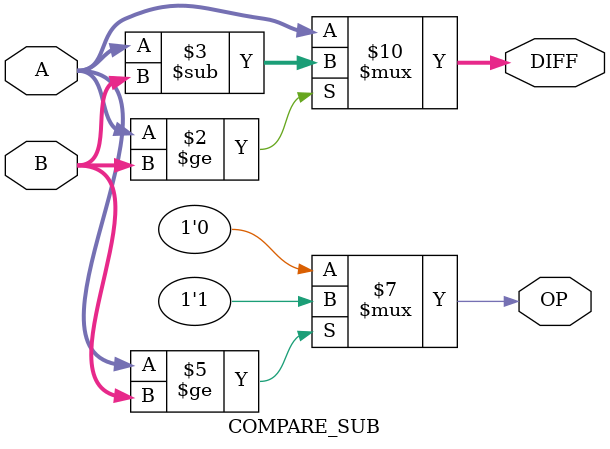
<source format=v>

`include "B2BCD_IP.v"
//synopsys translate_on

module UT_TOP (
    // Input signals
    clk, rst_n, in_valid, in_time,
    // Output signals
    out_valid, out_display, out_day
);

// ===============================================================
// Input & Output Declaration
// ===============================================================
input clk, rst_n, in_valid;
input [30:0] in_time;
output reg out_valid;
output reg [3:0] out_display;
output reg [2:0] out_day;

// ===============================================================
// Parameter & Integer Declaration
// ===============================================================
parameter s_idle   = 'd0;
parameter s_input  = 'd1;
parameter s_cal	   = 'd2;
parameter s_output = 'd3;

//================================================================
// Wire & Reg Declaration
//================================================================
reg [1:0]c_state, n_state;
reg [5:0] counter_cal;
reg [5:0] counter_out;

reg [30:0] _time;

//================== B2BCD IP ===============//
wire [5:0]  ans_r;
wire [7:0]  ans_w;

//============= year (stage:2) ==============//
wire [30:0] a1,b1;
wire [30:0] a2,b2;
wire [29:0] a3,b3;
wire [28:0] a4,b4;

wire y_op1,y_op2,y_op3,y_op4;

wire[30:0] y1_w;
wire[30:0] y2_w;
wire[29:0] y3_w;
wire[28:0] y4_w;

// stage reg
reg [30:0] cal_year_r;
reg [11:0] ans_year_r;

wire flag_64; // >64 or not

wire [6:0] year_t [3:0]; // max 2038
wire [11:0] year_i;
wire [15:0] year_w;
reg  [15:0] year_ans;  // BCD
reg   revise_day_r;
wire  revise_day_w;
reg  leap_year;

//============== month (stage:1) =============//
reg [28:0] year_rem;
wire [28:0] month_ini_w;
reg [28:0] month_ini_r;
reg [3:0]  month_ans_r; // Binary
reg [7:0]  month_ans;   // BCD

//================ day (stage:1) =============//
reg [22:0] day_ini_r;
reg [4:0]  day_ans_r; // Binary
reg [7:0]  day_ans;   // BCD

wire [21:0] c1,d1;
wire [20:0] c2,d2;
wire [19:0] c3,d3;
wire [18:0] c4,d4;
wire [17:0] c5,d5;

wire d_op1,d_op2,d_op3,d_op4,d_op5;

wire[21:0] day1_w;
wire[20:0] day2_w;
wire[19:0] day3_w;
wire[18:0] day4_w;
wire[17:0] day5_w;

wire [4:0] day_t;

//=========== hour (stage:1) ==========//
reg [16:0] hour_ini_r;
reg [7:0]  hour_ans;   //BCD

wire [16:0] e1,f1;
wire [15:0] e2,f2;
wire [14:0] e3,f3;
wire [13:0] e4,f4;
wire [12:0] e5,f5;

wire h_op1,h_op2,h_op3,h_op4,h_op5;

wire[16:0] hour1_w;
wire[15:0] hour2_w;
wire[14:0] hour3_w;
wire[13:0] hour4_w;
wire[12:0] hour5_w;

wire [4:0] hour_t;

//========== minute (stage:2) ==========//
reg [11:0] min_ini_r;
reg [7:0]  min_ans;   //BCD*/

wire [11:0] g1,h1;
wire [10:0] g2,h2;
wire [9:0]  g3,h3;

wire m_op1,m_op2,m_op3;

wire[11:0] min1_w;
wire[10:0] min2_w;
wire[9:0] min3_w;

// min reg
reg [9:0] min_r;
reg [5:0] min_ans_r;

wire [5:0] min_t[1:0];

//================ sec ================//
reg [5:0]  sec_ans_r; //Binary
reg [7:0]  sec_ans;   //BCD

//============ day of week ============//
reg [30:0] week_time;

wire [30:0] m1,n1;
wire [30:0] n2;
wire [29:0] n3;
wire [28:0] n4;

wire [19:0] i1;
wire [19:0] j1,j2,j3;

wire op;
wire w_op1, w_op2, w_op3;

wire[30:0] week1_w;
wire[30:0] week2_w;
wire[29:0] week3_w;
wire[28:0] week4_w;
wire[19:0] week5_w;
wire[19:0] week6_w;
wire[19:0] week7_w;

reg [28:0] week_r1,week_r2;
reg [19:0] week_r3; // smaller than a week
reg [2:0] dayOfweek_r;
wire [2:0] dayOfweek_w;

//================================================================
// DESIGN
//================================================================
//====== INPUT ======//
always@(posedge clk or negedge rst_n)begin
    if(!rst_n) _time <= 31'd0;
    else begin
        if(n_state == s_input) _time <= in_time;
    end
end

always@(posedge clk or negedge rst_n)begin
    if(!rst_n) week_time <= 31'd0;
    else begin
        if(n_state == s_input) week_time <= in_time;
    end
end
//============================//
//           Year             //
//============================//
assign flag_64 = (_time >= 'd2019686400) ? 1 : 0;
//64
assign a1 = _time ;
assign b1 = 'd2019686400;
//32 4
assign a2 = (counter_cal==0) ? _time :
            (counter_cal==1 && !flag_64) ? cal_year_r:
            (counter_cal==1 && flag_64) ? cal_year_r:
            'd0;
assign b2 = (counter_cal==0) ? 'd1009843200 : 'd126230400;
//16 2
assign a3 = y2_w;
assign b3 = (counter_cal==0) ? 'd504921600 : 'd63072000;
//8  1
assign a4 = y3_w;
assign b4 = (counter_cal==0) ? 'd252460800 :
            (counter_cal==1 && y_op3 && y3_w <= 'd31622400) ? 'd31622400:
            'd31536000;

assign year_t[0] = (y_op1) ? 'd64 : 'd0;
assign year_t[1] = (counter_cal==0) ? (y_op2<<5) : ans_year_r + (y_op2<<2);
assign year_t[2] = (counter_cal==0) ? year_t[1] + (y_op3<<4) : year_t[1] + (y_op3<<1);
assign year_t[3] = (counter_cal==0) ? year_t[2] + (y_op4<<3) : year_t[2] + y_op4;
assign year_i = year_t[3] + 'd1970;

assign revise_day_w = (y_op3 && y_op4) ? 'b1 : 'b0;


// year_rem
always@(posedge clk or negedge rst_n)begin
    if(!rst_n) year_rem <= 'b0;
    else begin
        if(counter_cal==1) year_rem <= y4_w;
    end
end


// revise_day_r
always@(posedge clk or negedge rst_n)begin
    if(!rst_n) revise_day_r <= 'b0;
    else begin
        if(counter_cal==1) revise_day_r <= revise_day_w;
    end
end

// leap_year
always@(posedge clk or negedge rst_n)begin
    if(!rst_n) leap_year <= 'b0;
    else begin
        if(counter_cal==1) leap_year <= (y_op3 && !y_op4) ? 'b1 : 'b0;
    end
end

// REG cal_year
always@(posedge clk or negedge rst_n)begin
    if(!rst_n) cal_year_r <= 'd0;
    else begin
        case(n_state)
        s_cal: if(flag_64) cal_year_r <= y1_w;
               else cal_year_r <= {{2'b00},y4_w};
        default: cal_year_r <= 'd0;
        endcase
    end
end

// REG ans_year
always@(posedge clk or negedge rst_n)begin
    if(!rst_n) ans_year_r <= 'd0;
    else begin
        case(n_state)
        s_cal: if(flag_64) ans_year_r <= year_t[0];
               else ans_year_r <= year_t[3];
        default: ans_year_r <= 'd0;
        endcase
    end
end
////////////////////////////////////////////////////////////////////////
reg [11:0] year_binary;
// REG ans_year
always@(posedge clk or negedge rst_n)begin
    if(!rst_n) year_binary <= 'd0;
    else begin
        if(counter_cal==1) year_binary <= year_i;
    end
end
////////////////////////////////////////////////////////////////////////
// ANS YEAR
always@(posedge clk or negedge rst_n) begin
    if(!rst_n)
        year_ans <= 0;
    else begin
        if(counter_cal == 2) year_ans <= year_w;
    end
end

//============================//
//           Month            //
//============================//
// initial month
always@(posedge clk or negedge rst_n)begin
    if(!rst_n)
        month_ini_r <= 0;
    else begin
        if(counter_cal == 2) month_ini_r <=  (revise_day_r) ? year_rem - 'd86400 : year_rem;// y4_w -'d86400 : y4_w;
    end
end
// month_ans_r
always@(posedge clk or negedge rst_n)begin
    if(!rst_n)
        month_ans_r <= 0;
    else begin
        if(counter_cal==3)begin
            if(leap_year)begin
                month_ans_r <= (month_ini_r < 2678400)  ? 'd1 :
                               (month_ini_r < 5184000)  ? 'd2 :
                               (month_ini_r < 7862400)  ? 'd3 :
                               (month_ini_r < 10454400) ? 'd4 :
                               (month_ini_r < 13132800) ? 'd5 :
                               (month_ini_r < 15724800) ? 'd6 :
                               (month_ini_r < 18403200) ? 'd7 :
                               (month_ini_r < 21081600) ? 'd8 :
                               (month_ini_r < 23673600) ? 'd9 :
                               (month_ini_r < 26352000) ? 'd10:
                               (month_ini_r < 28944000) ? 'd11:
                               (month_ini_r < 31622400) ? 'd12:
                               'd12;
            end
            else begin
                month_ans_r <= (month_ini_r < 2678400)  ? 'd1 :
                               (month_ini_r < 5097600)  ? 'd2 :
                               (month_ini_r < 7776000)  ? 'd3 :
                               (month_ini_r < 10368000) ? 'd4 :
                               (month_ini_r < 13046400) ? 'd5 :
                               (month_ini_r < 15638400) ? 'd6 :
                               (month_ini_r < 18316800) ? 'd7 :
                               (month_ini_r < 20995200) ? 'd8 :
                               (month_ini_r < 23587200) ? 'd9 :
                               (month_ini_r < 26265600) ? 'd10:
                               (month_ini_r < 28857600) ? 'd11:
                               (month_ini_r < 31536000) ? 'd12:
                               'd12;
            end
        end
    end
end

// leap year (JAN/FEB)
wire leap_revise;
assign leap_revise = (month_ans_r<=2) ? 'd1 :'d0;

// month_ans
always@(posedge clk or negedge rst_n)begin
    if(!rst_n)
        month_ans <= 0;
    else begin
        if(counter_cal == 4) month_ans <= ans_w;
    end
end

//============================//
//           Day              //
//============================//
//initial day
always@(posedge clk or negedge rst_n)begin
    if(!rst_n)
        day_ini_r <= 0;
    else begin
        if(counter_cal==4)begin
            if(leap_year)begin
                case(month_ans_r)
                1 : day_ini_r  <=  month_ini_r;
                2 : day_ini_r  <= (month_ini_r - 2678400);
                3 : day_ini_r  <= (month_ini_r - 5184000);
                4 : day_ini_r  <= (month_ini_r - 7862400);
                5 : day_ini_r  <= (month_ini_r - 10454400);
                6 : day_ini_r  <= (month_ini_r - 13132800);
                7 : day_ini_r  <= (month_ini_r - 15724800);
                8 : day_ini_r  <= (month_ini_r - 18403200);
                9 : day_ini_r  <= (month_ini_r - 21081600);
                10: day_ini_r  <= (month_ini_r - 23673600);
                11: day_ini_r  <= (month_ini_r - 26352000);
                12: day_ini_r  <= (month_ini_r - 28944000);
                endcase
            end
            else begin
                case(month_ans_r)
                1 : day_ini_r  <=  month_ini_r;
                2 : day_ini_r  <= (month_ini_r -2678400);
                3 : day_ini_r  <= (month_ini_r -5097600);
                4 : day_ini_r  <= (month_ini_r -7776000);
                5 : day_ini_r  <= (month_ini_r -10368000);
                6 : day_ini_r  <= (month_ini_r -13046400);
                7 : day_ini_r  <= (month_ini_r -15638400);
                8 : day_ini_r  <= (month_ini_r -18316800);
                9 : day_ini_r  <= (month_ini_r -20995200);
                10: day_ini_r  <= (month_ini_r -23587200);
                11: day_ini_r  <= (month_ini_r -26265600);
                12: day_ini_r  <= (month_ini_r -28857600);
                endcase
            end
        end
    end
end

assign c1 = day_ini_r;
assign c2 = day1_w;
assign c3 = day2_w;
assign c4 = day3_w;
assign c5 = day4_w;

assign d1 = 'd1382400;
assign d2 = 'd691200;
assign d3 = 'd345600;
assign d4 = 'd172800;
assign d5 = 'd86400;

assign day_t = (d_op1<<4) + (d_op2<<3) + (d_op3<<2) + (d_op4<<1) + d_op5 + 1;

//day_ans
always@(posedge clk or negedge rst_n)begin
    if(!rst_n)
        day_ans <= 0;
    else begin
        if(counter_cal == 5) day_ans <= ans_w;
    end
end

//============================//
//            Hour            //
//============================//
//initial hour
always@(posedge clk or negedge rst_n)begin
    if(!rst_n)
        hour_ini_r <= 0;
    else begin
        if(counter_cal == 5) hour_ini_r <= day5_w;
    end
end

assign e1 = hour_ini_r;
assign e2 = hour1_w;
assign e3 = hour2_w;
assign e4 = hour3_w;
assign e5 = hour4_w;

assign f1 = 'd57600;
assign f2 = 'd28800;
assign f3 = 'd14400;
assign f4 = 'd7200;
assign f5 = 'd3600;
assign hour_t = (h_op1<<4) + (h_op2<<3) + (h_op3<<2) + (h_op4<<1) + h_op5;

always@(posedge clk or negedge rst_n)begin
    if(!rst_n)
        hour_ans <= 0;
    else begin
        if(counter_cal == 6) hour_ans <= ans_w;
    end
end
//============================//
//           Minute           //
//============================//
//initial minute
always@(posedge clk or negedge rst_n)begin
    if(!rst_n)
        min_ini_r <= 0;
    else begin
        if(counter_cal == 6) min_ini_r <= hour5_w;
    end
end

assign g1 = (counter_cal == 7) ? min_ini_r: min_r;
assign g2 = min1_w ;
assign g3 = min2_w ;

assign h1 = (counter_cal == 7) ?'d1920: 'd240;
assign h2 = (counter_cal == 7) ?'d960 : 'd120;
assign h3 = (counter_cal == 7) ?'d480 : 'd60 ;


assign min_t[0] = (counter_cal == 7) ? (m_op1<<5) + (m_op2<<4) + (m_op3<<3) : 'd0 ;
assign min_t[1] = (counter_cal == 8) ? min_ans_r + (m_op1<<2) + (m_op2<<1) + m_op3 : 'd0 ;

always@(posedge clk or negedge rst_n)begin
    if(!rst_n) min_r <= 0;
    else begin
        //if(counter_cal == 6) min_r <= min3_w;
        if(counter_cal == 7) min_r <= min3_w;
    end
end

always@(posedge clk or negedge rst_n)begin
    if(!rst_n) min_ans_r <= 0;
    else begin
        //if(counter_cal == 6) min_ans_r <= min_t[0];
        if(counter_cal == 7) min_ans_r <= min_t[0];
    end
end

always@(posedge clk or negedge rst_n)begin
    if(!rst_n)
        min_ans <= 0;
    else begin
        //if(counter_cal == 7) min_ans <= ans_w;
        if(counter_cal == 8) min_ans <= ans_w;
    end
end
//============================//
//          Second            //
//============================//
always@(posedge clk or negedge rst_n)begin
    if(!rst_n)
        sec_ans_r <= 0;
    else begin
        //if(counter_cal == 8) sec_ans_r <= min3_w;
        if(counter_cal == 9) sec_ans_r <= min3_w;
    end
end
always@(posedge clk or negedge rst_n)begin
    if(!rst_n)
        sec_ans <= 0;
    else begin
        //if(counter_cal == 9) sec_ans <= ans_w;
        if(counter_cal == 10) sec_ans <= ans_w;
    end
end
//============================//
//       Day of Week          //
//============================//
assign m1 = (counter_cal==0) ? week_time:
            (counter_cal==1) ? week_r1:
            (counter_cal==2) ? week_r2:
            'd0;

assign n1 = (counter_cal==0) ? 'd1238630400: //2048 week
            (counter_cal==1) ? 'd77414400:   //128 week
            (counter_cal==2) ? 'd4838400:    //8 week
            'd0;

assign n2 = (counter_cal==0) ? 'd619315200:  //1024 week
            (counter_cal==1) ? 'd38707200:   //64 week
            (counter_cal==2) ? 'd2419200:    //4 week
            'd0;

assign n3 = (counter_cal==0) ? 'd309657600:  //512 week
            (counter_cal==1) ? 'd19353600:   //32 week
            (counter_cal==2) ? 'd1209600:    //2 week
            'd0;

assign n4 = (counter_cal==0) ? 'd154828800:  //256 week
            (counter_cal==1) ? 'd9676800:    //16 week
            (counter_cal==2) ? 'd604800:     //1 week
            'd0;

assign i1 = (counter_cal==3) ? week_r3:'d0;

assign j1 = (counter_cal==3) ? 'd345600: 'd0; //4 day

assign j2 = (counter_cal==3) ? 'd172800: 'd0; //2 day

assign j3 = (counter_cal==3) ? 'd86400: 'd0; //1 day

assign dayOfweek_w = (w_op1<<2) + (w_op2<<1) + w_op3;
//week_r1
always @(posedge clk or negedge rst_n) begin
    if(!rst_n) week_r1 <= 0;
    else begin
        if(counter_cal==0) week_r1 <= week4_w;
    end
end

//week_r2
always @(posedge clk or negedge rst_n) begin
    if(!rst_n) week_r2 <= 0;
    else begin
        if(counter_cal==1)week_r2 <= week4_w;
    end
end
//week_r3
always @(posedge clk or negedge rst_n) begin
    if(!rst_n) week_r3  <= 0;
    else begin
        if(counter_cal==2) week_r3 <= week4_w;
    end
end

always@(posedge clk or negedge rst_n) begin
    if(!rst_n) dayOfweek_r  <= 0;
    else begin
        if(counter_cal==3) dayOfweek_r <= (dayOfweek_w +'d4 >= 7) ? dayOfweek_w + 'd4 - 'd7 : dayOfweek_w + 'd4;
    end
end

//====== OUTPUT ======//
// out_valid
always@(posedge clk or negedge rst_n) begin
    if(!rst_n)
        out_valid <= 1'b0;
    else begin
        if(n_state == s_output) out_valid <= 1'b1;
        else out_valid <= 1'b0;
    end
end
//out_display
always@(posedge clk or negedge rst_n) begin
    if(!rst_n)
        out_display <= 0;
    else begin
        if(n_state == s_output) begin
            case(counter_out)
            0: out_display <= year_ans[15:12];
            1: out_display <= year_ans[11:8];
            2: out_display <= year_ans[7:4];
            3: out_display <= year_ans[3:0];
            4: out_display <= month_ans[7:4];
            5: out_display <= month_ans[3:0];
            6: out_display <= day_ans[7:4];
            7: out_display <= day_ans[3:0];
            8: out_display <= hour_ans[7:4];
            9: out_display <= hour_ans[3:0];
            10:out_display <= min_ans[7:4];
            11:out_display <= min_ans[3:0];
            12:out_display <= sec_ans[7:4];
            13:out_display <= sec_ans[3:0];
            default: out_display <= 0;
            endcase
        end
        else out_display <= 0;
    end
end
//out_day
always@(posedge clk or negedge rst_n) begin
    if(!rst_n) out_day <= 0;
    else begin
        if(n_state == s_output) begin
            out_day <= dayOfweek_r;
        end
        else out_day <= 0;
    end
end
//====== SUB ======//
// year
COMPARE_SUB #(31) SUB_1 (.A(a1), .B(b1), .DIFF(y1_w), .OP(y_op1)) ;
COMPARE_SUB #(31) SUB_2 (.A(a2), .B(b2), .DIFF(y2_w), .OP(y_op2)) ;
COMPARE_SUB #(30) SUB_3 (.A(a3), .B(b3), .DIFF(y3_w), .OP(y_op3)) ;
COMPARE_SUB #(29) SUB_4 (.A(a4), .B(b4), .DIFF(y4_w), .OP(y_op4)) ;
// month
COMPARE_SUB #(22) SUB_5 (.A(c1), .B(d1), .DIFF(day1_w), .OP(d_op1)) ;
COMPARE_SUB #(21) SUB_6 (.A(c2), .B(d2), .DIFF(day2_w), .OP(d_op2)) ;
COMPARE_SUB #(20) SUB_7 (.A(c3), .B(d3), .DIFF(day3_w), .OP(d_op3)) ;
COMPARE_SUB #(19) SUB_8 (.A(c4), .B(d4), .DIFF(day4_w), .OP(d_op4)) ;
COMPARE_SUB #(18) SUB_9 (.A(c5), .B(d5), .DIFF(day5_w), .OP(d_op5)) ;
// hour
COMPARE_SUB #(17) SUB_10 (.A(e1), .B(f1), .DIFF(hour1_w), .OP(h_op1)) ;
COMPARE_SUB #(16) SUB_11 (.A(e2), .B(f2), .DIFF(hour2_w), .OP(h_op2)) ;
COMPARE_SUB #(15) SUB_12 (.A(e3), .B(f3), .DIFF(hour3_w), .OP(h_op3)) ;
COMPARE_SUB #(14) SUB_13 (.A(e4), .B(f4), .DIFF(hour4_w), .OP(h_op4)) ;
COMPARE_SUB #(13) SUB_14 (.A(e5), .B(f5), .DIFF(hour5_w), .OP(h_op5)) ;
// min
COMPARE_SUB #(12) SUB_15 (.A(g1), .B(h1), .DIFF(min1_w), .OP(m_op1)) ;
COMPARE_SUB #(11) SUB_16 (.A(g2), .B(h2), .DIFF(min2_w), .OP(m_op2)) ;
COMPARE_SUB #(10) SUB_17 (.A(g3), .B(h3), .DIFF(min3_w), .OP(m_op3)) ;
// day of week
COMPARE_SUB #(31) week_1 (.A(m1),            .B(n1), .DIFF(week1_w), .OP(op)) ;
COMPARE_SUB #(31) week_2 (.A(week1_w),       .B(n2), .DIFF(week2_w), .OP(op)) ;
COMPARE_SUB #(30) week_3 (.A(week2_w[29:0]), .B(n3), .DIFF(week3_w), .OP(op)) ;
COMPARE_SUB #(29) week_4 (.A(week3_w[28:0]), .B(n4), .DIFF(week4_w), .OP(op)) ;

COMPARE_SUB #(20) week_5 (.A(i1),      .B(j1), .DIFF(week5_w), .OP(w_op1)) ;
COMPARE_SUB #(20) week_6 (.A(week5_w), .B(j2), .DIFF(week6_w), .OP(w_op2)) ;
COMPARE_SUB #(20) week_7 (.A(week6_w), .B(j3), .DIFF(week7_w), .OP(w_op3)) ;

//====== B2BCD_IP======//
assign ans_r = (counter_cal==4) ? {{2'b00},month_ans_r}:
               (counter_cal==5) ? {{1'b0} ,day_t}:
               (counter_cal==6) ? {{1'b0} ,hour_t}:
               (counter_cal==8) ? {{1'b0} ,min_t[1]}:
               (counter_cal==10) ? {{1'b0} ,sec_ans_r}:
                'd0;

//B2BCD_IP #(12,4) B2BCD_1 (.Binary_code(year_i),.BCD_code(year_w));
B2BCD_IP #(12,4) B2BCD_1 (.Binary_code(year_binary),.BCD_code(year_w));
B2BCD_IP #(6,2)  B2BCD_2 (.Binary_code(ans_r),.BCD_code(ans_w));

//====== FSM ======//
always@(posedge clk or negedge rst_n) begin
    if(!rst_n)
        c_state <= s_idle;
    else
        c_state <= n_state;
end

always@(*) begin
    case(c_state)
    s_idle:  if(in_valid)        n_state = s_input;
	         else    	         n_state = s_idle;
    s_input: if(in_valid)        n_state = s_input;
             else                n_state = s_cal;
    s_cal:   if(counter_cal<4)   n_state = s_cal;
             else                n_state = s_output;
    s_output:if(counter_out<14)  n_state = s_output;
             else                n_state = s_idle;
    default: n_state = c_state;
    endcase
end

//====== counter cal & out ======//
always@(posedge clk or negedge rst_n) begin
    if(!rst_n)
        counter_cal <= 0;
    else begin
        case(n_state)
        s_cal:   counter_cal <= counter_cal + 1;
        s_output:   counter_cal <= counter_cal + 1;
        default: counter_cal <= 0;
        endcase
    end
end

always@(posedge clk or negedge rst_n) begin
    if(!rst_n)
        counter_out <= 0;
    else begin
        case(n_state)
        s_output:  counter_out <= counter_out + 1;
        default:   counter_out <= 0;
        endcase
    end
end

endmodule

module COMPARE_SUB #(parameter WIDTH = 31) (A,B,DIFF,OP);

input [WIDTH-1:0] A;
input [WIDTH-1:0] B;
output reg[WIDTH-1:0] DIFF;
output reg OP;

generate
always@(*)begin
    if(A >= B) DIFF = A - B;
    else DIFF = A;
end
always@(*)begin
    if(A >= B) OP = 1'b1;
    else OP = 1'b0;
end
endgenerate

endmodule
</source>
